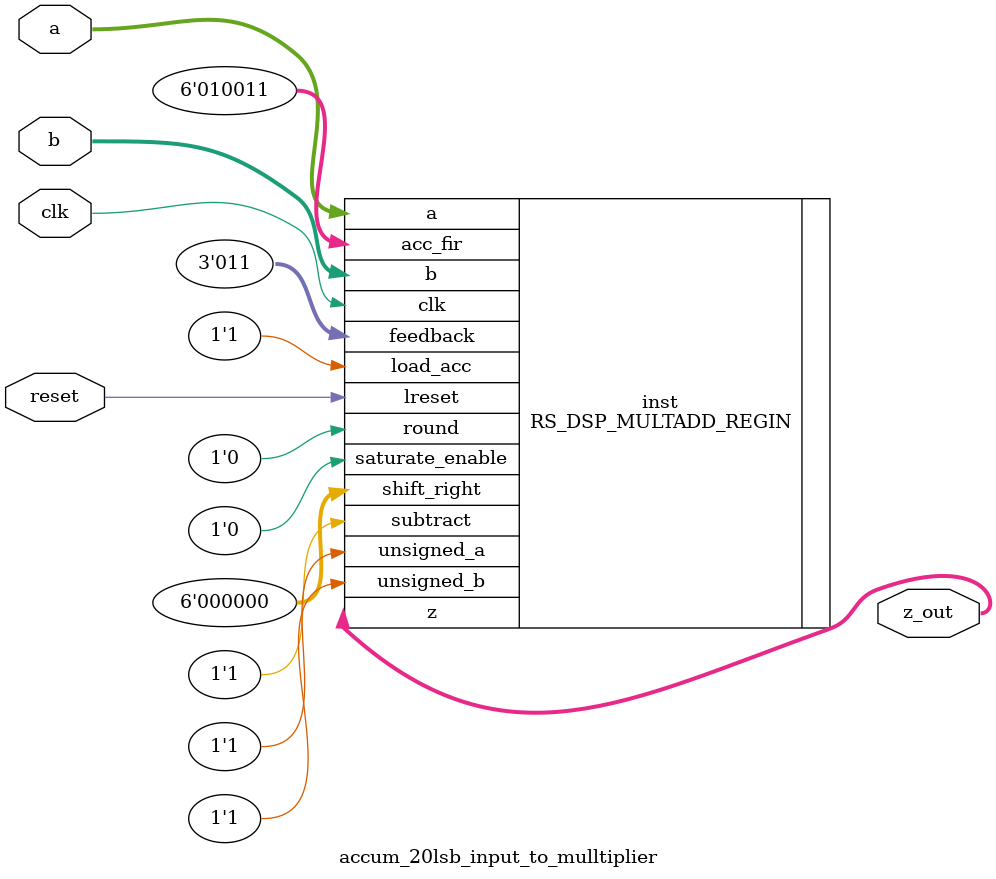
<source format=v>
/* Generated by Yosys 0.18+10 (git sha1 dd5f4b720, gcc 11.2.0 -fPIC -Os) */

(* top =  1  *)
(* src = "/nfs_scratch/scratch/CompilerValidation/abdul_hameed/accum_20lsb_input_to_mulltiplier/results_dir/.././rtl/accum_20lsb_input_to_mulltiplier.v:1" *)
module accum_20lsb_input_to_mulltiplier(clk, reset, b, z_out, a);
  (* src = "/nfs_scratch/scratch/CompilerValidation/abdul_hameed/accum_20lsb_input_to_mulltiplier/results_dir/.././rtl/accum_20lsb_input_to_mulltiplier.v:2" *)
  input [19:0] a;
  wire [19:0] a;
  (* src = "/nfs_scratch/scratch/CompilerValidation/abdul_hameed/accum_20lsb_input_to_mulltiplier/results_dir/.././rtl/accum_20lsb_input_to_mulltiplier.v:3" *)
  input [17:0] b;
  wire [17:0] b;
  (* src = "/nfs_scratch/scratch/CompilerValidation/abdul_hameed/accum_20lsb_input_to_mulltiplier/results_dir/.././rtl/accum_20lsb_input_to_mulltiplier.v:4" *)
  input clk;
  wire clk;
  (* src = "/nfs_scratch/scratch/CompilerValidation/abdul_hameed/accum_20lsb_input_to_mulltiplier/results_dir/.././rtl/accum_20lsb_input_to_mulltiplier.v:4" *)
  input reset;
  wire reset;
  (* src = "/nfs_scratch/scratch/CompilerValidation/abdul_hameed/accum_20lsb_input_to_mulltiplier/results_dir/.././rtl/accum_20lsb_input_to_mulltiplier.v:5" *)
  output [37:0] z_out;
  wire [37:0] z_out;
  RS_DSP_MULTADD_REGIN #(
    .MODE_BITS(80'h00000000000000000000)
  ) inst (
    .a(a),
    .acc_fir(6'h13),
    .b(b),
    .clk(clk),
    .feedback(3'h3),
    .load_acc(1'h1),
    .lreset(reset),
    .round(1'h0),
    .saturate_enable(1'h0),
    .shift_right(6'h00),
    .subtract(1'h1),
    .unsigned_a(1'h1),
    .unsigned_b(1'h1),
    .z(z_out)
  );
endmodule

</source>
